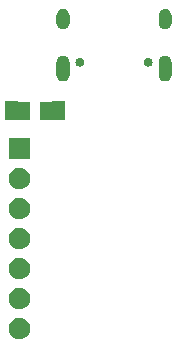
<source format=gbs>
G04 #@! TF.GenerationSoftware,KiCad,Pcbnew,(5.1.5)-3*
G04 #@! TF.CreationDate,2020-06-01T09:33:33-04:00*
G04 #@! TF.ProjectId,OpenUSB2Serial,4f70656e-5553-4423-9253-657269616c2e,rev?*
G04 #@! TF.SameCoordinates,Original*
G04 #@! TF.FileFunction,Soldermask,Bot*
G04 #@! TF.FilePolarity,Negative*
%FSLAX46Y46*%
G04 Gerber Fmt 4.6, Leading zero omitted, Abs format (unit mm)*
G04 Created by KiCad (PCBNEW (5.1.5)-3) date 2020-06-01 09:33:33*
%MOMM*%
%LPD*%
G04 APERTURE LIST*
%ADD10C,0.100000*%
G04 APERTURE END LIST*
D10*
G36*
X103745512Y-93845927D02*
G01*
X103894812Y-93875624D01*
X104058784Y-93943544D01*
X104206354Y-94042147D01*
X104331853Y-94167646D01*
X104430456Y-94315216D01*
X104498376Y-94479188D01*
X104533000Y-94653259D01*
X104533000Y-94830741D01*
X104498376Y-95004812D01*
X104430456Y-95168784D01*
X104331853Y-95316354D01*
X104206354Y-95441853D01*
X104058784Y-95540456D01*
X103894812Y-95608376D01*
X103745512Y-95638073D01*
X103720742Y-95643000D01*
X103543258Y-95643000D01*
X103518488Y-95638073D01*
X103369188Y-95608376D01*
X103205216Y-95540456D01*
X103057646Y-95441853D01*
X102932147Y-95316354D01*
X102833544Y-95168784D01*
X102765624Y-95004812D01*
X102731000Y-94830741D01*
X102731000Y-94653259D01*
X102765624Y-94479188D01*
X102833544Y-94315216D01*
X102932147Y-94167646D01*
X103057646Y-94042147D01*
X103205216Y-93943544D01*
X103369188Y-93875624D01*
X103518488Y-93845927D01*
X103543258Y-93841000D01*
X103720742Y-93841000D01*
X103745512Y-93845927D01*
G37*
G36*
X103745512Y-91305927D02*
G01*
X103894812Y-91335624D01*
X104058784Y-91403544D01*
X104206354Y-91502147D01*
X104331853Y-91627646D01*
X104430456Y-91775216D01*
X104498376Y-91939188D01*
X104533000Y-92113259D01*
X104533000Y-92290741D01*
X104498376Y-92464812D01*
X104430456Y-92628784D01*
X104331853Y-92776354D01*
X104206354Y-92901853D01*
X104058784Y-93000456D01*
X103894812Y-93068376D01*
X103745512Y-93098073D01*
X103720742Y-93103000D01*
X103543258Y-93103000D01*
X103518488Y-93098073D01*
X103369188Y-93068376D01*
X103205216Y-93000456D01*
X103057646Y-92901853D01*
X102932147Y-92776354D01*
X102833544Y-92628784D01*
X102765624Y-92464812D01*
X102731000Y-92290741D01*
X102731000Y-92113259D01*
X102765624Y-91939188D01*
X102833544Y-91775216D01*
X102932147Y-91627646D01*
X103057646Y-91502147D01*
X103205216Y-91403544D01*
X103369188Y-91335624D01*
X103518488Y-91305927D01*
X103543258Y-91301000D01*
X103720742Y-91301000D01*
X103745512Y-91305927D01*
G37*
G36*
X103745512Y-88765927D02*
G01*
X103894812Y-88795624D01*
X104058784Y-88863544D01*
X104206354Y-88962147D01*
X104331853Y-89087646D01*
X104430456Y-89235216D01*
X104498376Y-89399188D01*
X104533000Y-89573259D01*
X104533000Y-89750741D01*
X104498376Y-89924812D01*
X104430456Y-90088784D01*
X104331853Y-90236354D01*
X104206354Y-90361853D01*
X104058784Y-90460456D01*
X103894812Y-90528376D01*
X103745512Y-90558073D01*
X103720742Y-90563000D01*
X103543258Y-90563000D01*
X103518488Y-90558073D01*
X103369188Y-90528376D01*
X103205216Y-90460456D01*
X103057646Y-90361853D01*
X102932147Y-90236354D01*
X102833544Y-90088784D01*
X102765624Y-89924812D01*
X102731000Y-89750741D01*
X102731000Y-89573259D01*
X102765624Y-89399188D01*
X102833544Y-89235216D01*
X102932147Y-89087646D01*
X103057646Y-88962147D01*
X103205216Y-88863544D01*
X103369188Y-88795624D01*
X103518488Y-88765927D01*
X103543258Y-88761000D01*
X103720742Y-88761000D01*
X103745512Y-88765927D01*
G37*
G36*
X103745512Y-86225927D02*
G01*
X103894812Y-86255624D01*
X104058784Y-86323544D01*
X104206354Y-86422147D01*
X104331853Y-86547646D01*
X104430456Y-86695216D01*
X104498376Y-86859188D01*
X104533000Y-87033259D01*
X104533000Y-87210741D01*
X104498376Y-87384812D01*
X104430456Y-87548784D01*
X104331853Y-87696354D01*
X104206354Y-87821853D01*
X104058784Y-87920456D01*
X103894812Y-87988376D01*
X103745512Y-88018073D01*
X103720742Y-88023000D01*
X103543258Y-88023000D01*
X103518488Y-88018073D01*
X103369188Y-87988376D01*
X103205216Y-87920456D01*
X103057646Y-87821853D01*
X102932147Y-87696354D01*
X102833544Y-87548784D01*
X102765624Y-87384812D01*
X102731000Y-87210741D01*
X102731000Y-87033259D01*
X102765624Y-86859188D01*
X102833544Y-86695216D01*
X102932147Y-86547646D01*
X103057646Y-86422147D01*
X103205216Y-86323544D01*
X103369188Y-86255624D01*
X103518488Y-86225927D01*
X103543258Y-86221000D01*
X103720742Y-86221000D01*
X103745512Y-86225927D01*
G37*
G36*
X103745512Y-83685927D02*
G01*
X103894812Y-83715624D01*
X104058784Y-83783544D01*
X104206354Y-83882147D01*
X104331853Y-84007646D01*
X104430456Y-84155216D01*
X104498376Y-84319188D01*
X104533000Y-84493259D01*
X104533000Y-84670741D01*
X104498376Y-84844812D01*
X104430456Y-85008784D01*
X104331853Y-85156354D01*
X104206354Y-85281853D01*
X104058784Y-85380456D01*
X103894812Y-85448376D01*
X103745512Y-85478073D01*
X103720742Y-85483000D01*
X103543258Y-85483000D01*
X103518488Y-85478073D01*
X103369188Y-85448376D01*
X103205216Y-85380456D01*
X103057646Y-85281853D01*
X102932147Y-85156354D01*
X102833544Y-85008784D01*
X102765624Y-84844812D01*
X102731000Y-84670741D01*
X102731000Y-84493259D01*
X102765624Y-84319188D01*
X102833544Y-84155216D01*
X102932147Y-84007646D01*
X103057646Y-83882147D01*
X103205216Y-83783544D01*
X103369188Y-83715624D01*
X103518488Y-83685927D01*
X103543258Y-83681000D01*
X103720742Y-83681000D01*
X103745512Y-83685927D01*
G37*
G36*
X103745512Y-81145927D02*
G01*
X103894812Y-81175624D01*
X104058784Y-81243544D01*
X104206354Y-81342147D01*
X104331853Y-81467646D01*
X104430456Y-81615216D01*
X104498376Y-81779188D01*
X104533000Y-81953259D01*
X104533000Y-82130741D01*
X104498376Y-82304812D01*
X104430456Y-82468784D01*
X104331853Y-82616354D01*
X104206354Y-82741853D01*
X104058784Y-82840456D01*
X103894812Y-82908376D01*
X103745512Y-82938073D01*
X103720742Y-82943000D01*
X103543258Y-82943000D01*
X103518488Y-82938073D01*
X103369188Y-82908376D01*
X103205216Y-82840456D01*
X103057646Y-82741853D01*
X102932147Y-82616354D01*
X102833544Y-82468784D01*
X102765624Y-82304812D01*
X102731000Y-82130741D01*
X102731000Y-81953259D01*
X102765624Y-81779188D01*
X102833544Y-81615216D01*
X102932147Y-81467646D01*
X103057646Y-81342147D01*
X103205216Y-81243544D01*
X103369188Y-81175624D01*
X103518488Y-81145927D01*
X103543258Y-81141000D01*
X103720742Y-81141000D01*
X103745512Y-81145927D01*
G37*
G36*
X104533000Y-80403000D02*
G01*
X102731000Y-80403000D01*
X102731000Y-78601000D01*
X104533000Y-78601000D01*
X104533000Y-80403000D01*
G37*
G36*
X103459999Y-75499737D02*
G01*
X103469608Y-75502652D01*
X103478472Y-75507390D01*
X103495370Y-75521258D01*
X103495459Y-75521347D01*
X103495571Y-75521423D01*
X103495757Y-75521575D01*
X103495771Y-75521557D01*
X103515786Y-75535033D01*
X103538392Y-75544489D01*
X103562408Y-75549354D01*
X103575097Y-75550000D01*
X104500000Y-75550000D01*
X104500000Y-77050000D01*
X103575089Y-77050000D01*
X103550703Y-77052402D01*
X103527254Y-77059515D01*
X103505643Y-77071066D01*
X103495690Y-77078456D01*
X103486275Y-77086199D01*
X103478516Y-77092581D01*
X103469661Y-77097326D01*
X103466623Y-77098251D01*
X103460085Y-77100242D01*
X103460082Y-77100242D01*
X103460050Y-77100252D01*
X103450000Y-77101247D01*
X103449935Y-77101247D01*
X103443825Y-77101852D01*
X102456140Y-77101852D01*
X102440001Y-77100263D01*
X102430392Y-77097348D01*
X102421528Y-77092610D01*
X102413763Y-77086237D01*
X102407390Y-77078472D01*
X102402652Y-77069608D01*
X102399737Y-77059999D01*
X102398148Y-77043860D01*
X102398148Y-75556140D01*
X102399737Y-75540001D01*
X102402652Y-75530392D01*
X102407390Y-75521528D01*
X102413763Y-75513763D01*
X102421528Y-75507390D01*
X102430392Y-75502652D01*
X102440001Y-75499737D01*
X102456140Y-75498148D01*
X103443860Y-75498148D01*
X103459999Y-75499737D01*
G37*
G36*
X107459999Y-75499737D02*
G01*
X107469608Y-75502652D01*
X107478472Y-75507390D01*
X107486237Y-75513763D01*
X107492610Y-75521528D01*
X107497348Y-75530392D01*
X107500263Y-75540001D01*
X107501852Y-75556140D01*
X107501852Y-77043860D01*
X107500263Y-77059999D01*
X107497348Y-77069608D01*
X107492610Y-77078472D01*
X107486237Y-77086237D01*
X107478472Y-77092610D01*
X107469608Y-77097348D01*
X107459999Y-77100263D01*
X107443860Y-77101852D01*
X106456140Y-77101852D01*
X106440001Y-77100263D01*
X106430392Y-77097348D01*
X106421528Y-77092610D01*
X106404630Y-77078742D01*
X106404541Y-77078653D01*
X106404429Y-77078577D01*
X106404243Y-77078425D01*
X106404229Y-77078443D01*
X106384214Y-77064967D01*
X106361608Y-77055511D01*
X106337592Y-77050646D01*
X106324903Y-77050000D01*
X105400000Y-77050000D01*
X105400000Y-75550000D01*
X106324911Y-75550000D01*
X106349297Y-75547598D01*
X106372746Y-75540485D01*
X106394357Y-75528934D01*
X106404310Y-75521544D01*
X106414165Y-75513439D01*
X106421484Y-75507419D01*
X106430339Y-75502674D01*
X106433377Y-75501749D01*
X106439915Y-75499758D01*
X106439918Y-75499758D01*
X106439950Y-75499748D01*
X106450000Y-75498753D01*
X106450065Y-75498753D01*
X106456175Y-75498148D01*
X107443860Y-75498148D01*
X107459999Y-75499737D01*
G37*
G36*
X107434015Y-71632973D02*
G01*
X107537879Y-71664479D01*
X107565055Y-71679005D01*
X107633600Y-71715643D01*
X107717501Y-71784499D01*
X107786357Y-71868400D01*
X107805354Y-71903942D01*
X107837521Y-71964121D01*
X107869027Y-72067985D01*
X107877000Y-72148933D01*
X107877000Y-73303067D01*
X107869027Y-73384015D01*
X107837521Y-73487879D01*
X107786356Y-73583600D01*
X107717501Y-73667501D01*
X107648645Y-73724009D01*
X107633599Y-73736357D01*
X107581907Y-73763987D01*
X107537878Y-73787521D01*
X107434014Y-73819027D01*
X107326000Y-73829666D01*
X107217985Y-73819027D01*
X107114121Y-73787521D01*
X107070093Y-73763987D01*
X107018401Y-73736357D01*
X107005643Y-73725887D01*
X106934499Y-73667501D01*
X106865644Y-73583600D01*
X106814479Y-73487878D01*
X106782973Y-73384014D01*
X106775000Y-73303066D01*
X106775001Y-72148933D01*
X106782974Y-72067985D01*
X106814480Y-71964121D01*
X106846647Y-71903942D01*
X106865644Y-71868400D01*
X106934500Y-71784499D01*
X107018401Y-71715643D01*
X107086946Y-71679005D01*
X107114122Y-71664479D01*
X107217986Y-71632973D01*
X107326000Y-71622334D01*
X107434015Y-71632973D01*
G37*
G36*
X116074015Y-71632973D02*
G01*
X116177879Y-71664479D01*
X116205055Y-71679005D01*
X116273600Y-71715643D01*
X116357501Y-71784499D01*
X116426357Y-71868400D01*
X116445354Y-71903942D01*
X116477521Y-71964121D01*
X116509027Y-72067985D01*
X116517000Y-72148933D01*
X116517000Y-73303067D01*
X116509027Y-73384015D01*
X116477521Y-73487879D01*
X116426356Y-73583600D01*
X116357501Y-73667501D01*
X116288645Y-73724009D01*
X116273599Y-73736357D01*
X116221907Y-73763987D01*
X116177878Y-73787521D01*
X116074014Y-73819027D01*
X115966000Y-73829666D01*
X115857985Y-73819027D01*
X115754121Y-73787521D01*
X115710093Y-73763987D01*
X115658401Y-73736357D01*
X115645643Y-73725887D01*
X115574499Y-73667501D01*
X115505644Y-73583600D01*
X115454479Y-73487878D01*
X115422973Y-73384014D01*
X115415000Y-73303066D01*
X115415001Y-72148933D01*
X115422974Y-72067985D01*
X115454480Y-71964121D01*
X115486647Y-71903942D01*
X115505644Y-71868400D01*
X115574500Y-71784499D01*
X115658401Y-71715643D01*
X115726946Y-71679005D01*
X115754122Y-71664479D01*
X115857986Y-71632973D01*
X115966000Y-71622334D01*
X116074015Y-71632973D01*
G37*
G36*
X114645672Y-71834449D02*
G01*
X114645674Y-71834450D01*
X114645675Y-71834450D01*
X114714103Y-71862793D01*
X114775686Y-71903942D01*
X114828058Y-71956314D01*
X114869207Y-72017897D01*
X114897550Y-72086325D01*
X114912000Y-72158967D01*
X114912000Y-72233033D01*
X114897550Y-72305675D01*
X114869207Y-72374103D01*
X114828058Y-72435686D01*
X114775686Y-72488058D01*
X114714103Y-72529207D01*
X114645675Y-72557550D01*
X114645674Y-72557550D01*
X114645672Y-72557551D01*
X114573034Y-72572000D01*
X114498966Y-72572000D01*
X114426328Y-72557551D01*
X114426326Y-72557550D01*
X114426325Y-72557550D01*
X114357897Y-72529207D01*
X114296314Y-72488058D01*
X114243942Y-72435686D01*
X114202793Y-72374103D01*
X114174450Y-72305675D01*
X114160000Y-72233033D01*
X114160000Y-72158967D01*
X114174450Y-72086325D01*
X114202793Y-72017897D01*
X114243942Y-71956314D01*
X114296314Y-71903942D01*
X114357897Y-71862793D01*
X114426325Y-71834450D01*
X114426326Y-71834450D01*
X114426328Y-71834449D01*
X114498966Y-71820000D01*
X114573034Y-71820000D01*
X114645672Y-71834449D01*
G37*
G36*
X108865672Y-71834449D02*
G01*
X108865674Y-71834450D01*
X108865675Y-71834450D01*
X108934103Y-71862793D01*
X108995686Y-71903942D01*
X109048058Y-71956314D01*
X109089207Y-72017897D01*
X109117550Y-72086325D01*
X109132000Y-72158967D01*
X109132000Y-72233033D01*
X109117550Y-72305675D01*
X109089207Y-72374103D01*
X109048058Y-72435686D01*
X108995686Y-72488058D01*
X108934103Y-72529207D01*
X108865675Y-72557550D01*
X108865674Y-72557550D01*
X108865672Y-72557551D01*
X108793034Y-72572000D01*
X108718966Y-72572000D01*
X108646328Y-72557551D01*
X108646326Y-72557550D01*
X108646325Y-72557550D01*
X108577897Y-72529207D01*
X108516314Y-72488058D01*
X108463942Y-72435686D01*
X108422793Y-72374103D01*
X108394450Y-72305675D01*
X108380000Y-72233033D01*
X108380000Y-72158967D01*
X108394450Y-72086325D01*
X108422793Y-72017897D01*
X108463942Y-71956314D01*
X108516314Y-71903942D01*
X108577897Y-71862793D01*
X108646325Y-71834450D01*
X108646326Y-71834450D01*
X108646328Y-71834449D01*
X108718966Y-71820000D01*
X108793034Y-71820000D01*
X108865672Y-71834449D01*
G37*
G36*
X116074015Y-67702973D02*
G01*
X116177879Y-67734479D01*
X116205055Y-67749005D01*
X116273600Y-67785643D01*
X116357501Y-67854499D01*
X116426357Y-67938400D01*
X116462995Y-68006945D01*
X116477521Y-68034121D01*
X116509027Y-68137985D01*
X116517000Y-68218933D01*
X116517000Y-68873067D01*
X116509027Y-68954015D01*
X116477521Y-69057879D01*
X116426356Y-69153600D01*
X116357501Y-69237501D01*
X116288645Y-69294009D01*
X116273599Y-69306357D01*
X116221907Y-69333987D01*
X116177878Y-69357521D01*
X116074014Y-69389027D01*
X115966000Y-69399666D01*
X115857985Y-69389027D01*
X115754121Y-69357521D01*
X115710093Y-69333987D01*
X115658401Y-69306357D01*
X115645643Y-69295887D01*
X115574499Y-69237501D01*
X115505644Y-69153600D01*
X115454479Y-69057878D01*
X115422973Y-68954014D01*
X115415000Y-68873066D01*
X115415000Y-68218933D01*
X115422973Y-68137985D01*
X115454480Y-68034121D01*
X115454482Y-68034118D01*
X115505645Y-67938399D01*
X115574500Y-67854499D01*
X115658401Y-67785643D01*
X115726946Y-67749005D01*
X115754122Y-67734479D01*
X115857986Y-67702973D01*
X115966000Y-67692334D01*
X116074015Y-67702973D01*
G37*
G36*
X107434015Y-67702973D02*
G01*
X107537879Y-67734479D01*
X107565055Y-67749005D01*
X107633600Y-67785643D01*
X107717501Y-67854499D01*
X107786357Y-67938400D01*
X107822995Y-68006945D01*
X107837521Y-68034121D01*
X107869027Y-68137985D01*
X107877000Y-68218933D01*
X107877000Y-68873067D01*
X107869027Y-68954015D01*
X107837521Y-69057879D01*
X107786356Y-69153600D01*
X107717501Y-69237501D01*
X107648645Y-69294009D01*
X107633599Y-69306357D01*
X107581907Y-69333987D01*
X107537878Y-69357521D01*
X107434014Y-69389027D01*
X107326000Y-69399666D01*
X107217985Y-69389027D01*
X107114121Y-69357521D01*
X107070093Y-69333987D01*
X107018401Y-69306357D01*
X107005643Y-69295887D01*
X106934499Y-69237501D01*
X106865644Y-69153600D01*
X106814479Y-69057878D01*
X106782973Y-68954014D01*
X106775000Y-68873066D01*
X106775000Y-68218933D01*
X106782973Y-68137985D01*
X106814480Y-68034121D01*
X106814482Y-68034118D01*
X106865645Y-67938399D01*
X106934500Y-67854499D01*
X107018401Y-67785643D01*
X107086946Y-67749005D01*
X107114122Y-67734479D01*
X107217986Y-67702973D01*
X107326000Y-67692334D01*
X107434015Y-67702973D01*
G37*
M02*

</source>
